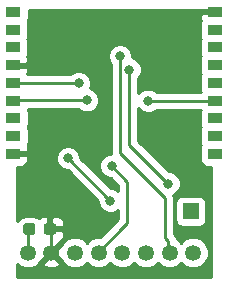
<source format=gbr>
%TF.GenerationSoftware,KiCad,Pcbnew,(5.0.0)*%
%TF.CreationDate,2019-02-01T22:06:09+01:00*%
%TF.ProjectId,HM-LC-Sw1-Pl-DN-R1_OBII,484D2D4C432D5377312D506C2D444E2D,rev?*%
%TF.SameCoordinates,Original*%
%TF.FileFunction,Copper,L2,Bot,Signal*%
%TF.FilePolarity,Positive*%
%FSLAX46Y46*%
G04 Gerber Fmt 4.6, Leading zero omitted, Abs format (unit mm)*
G04 Created by KiCad (PCBNEW (5.0.0)) date 02/01/19 22:06:09*
%MOMM*%
%LPD*%
G01*
G04 APERTURE LIST*
%ADD10R,1.350000X1.350000*%
%ADD11C,1.350000*%
%ADD12C,0.150000*%
%ADD13C,0.950000*%
%ADD14R,1.300000X0.900000*%
%ADD15C,0.800000*%
%ADD16C,0.250000*%
%ADD17C,0.254000*%
G04 APERTURE END LIST*
D10*
X155500000Y-97750000D03*
D11*
X155700000Y-101250000D03*
X141700000Y-101250000D03*
X143700000Y-101250000D03*
X145700000Y-101250000D03*
X147700000Y-101250000D03*
X149700000Y-101250000D03*
X151700000Y-101250000D03*
X153700000Y-101250000D03*
D12*
G36*
X142135779Y-98776144D02*
X142158834Y-98779563D01*
X142181443Y-98785227D01*
X142203387Y-98793079D01*
X142224457Y-98803044D01*
X142244448Y-98815026D01*
X142263168Y-98828910D01*
X142280438Y-98844562D01*
X142296090Y-98861832D01*
X142309974Y-98880552D01*
X142321956Y-98900543D01*
X142331921Y-98921613D01*
X142339773Y-98943557D01*
X142345437Y-98966166D01*
X142348856Y-98989221D01*
X142350000Y-99012500D01*
X142350000Y-99487500D01*
X142348856Y-99510779D01*
X142345437Y-99533834D01*
X142339773Y-99556443D01*
X142331921Y-99578387D01*
X142321956Y-99599457D01*
X142309974Y-99619448D01*
X142296090Y-99638168D01*
X142280438Y-99655438D01*
X142263168Y-99671090D01*
X142244448Y-99684974D01*
X142224457Y-99696956D01*
X142203387Y-99706921D01*
X142181443Y-99714773D01*
X142158834Y-99720437D01*
X142135779Y-99723856D01*
X142112500Y-99725000D01*
X141537500Y-99725000D01*
X141514221Y-99723856D01*
X141491166Y-99720437D01*
X141468557Y-99714773D01*
X141446613Y-99706921D01*
X141425543Y-99696956D01*
X141405552Y-99684974D01*
X141386832Y-99671090D01*
X141369562Y-99655438D01*
X141353910Y-99638168D01*
X141340026Y-99619448D01*
X141328044Y-99599457D01*
X141318079Y-99578387D01*
X141310227Y-99556443D01*
X141304563Y-99533834D01*
X141301144Y-99510779D01*
X141300000Y-99487500D01*
X141300000Y-99012500D01*
X141301144Y-98989221D01*
X141304563Y-98966166D01*
X141310227Y-98943557D01*
X141318079Y-98921613D01*
X141328044Y-98900543D01*
X141340026Y-98880552D01*
X141353910Y-98861832D01*
X141369562Y-98844562D01*
X141386832Y-98828910D01*
X141405552Y-98815026D01*
X141425543Y-98803044D01*
X141446613Y-98793079D01*
X141468557Y-98785227D01*
X141491166Y-98779563D01*
X141514221Y-98776144D01*
X141537500Y-98775000D01*
X142112500Y-98775000D01*
X142135779Y-98776144D01*
X142135779Y-98776144D01*
G37*
D13*
X141825000Y-99250000D03*
D12*
G36*
X143885779Y-98776144D02*
X143908834Y-98779563D01*
X143931443Y-98785227D01*
X143953387Y-98793079D01*
X143974457Y-98803044D01*
X143994448Y-98815026D01*
X144013168Y-98828910D01*
X144030438Y-98844562D01*
X144046090Y-98861832D01*
X144059974Y-98880552D01*
X144071956Y-98900543D01*
X144081921Y-98921613D01*
X144089773Y-98943557D01*
X144095437Y-98966166D01*
X144098856Y-98989221D01*
X144100000Y-99012500D01*
X144100000Y-99487500D01*
X144098856Y-99510779D01*
X144095437Y-99533834D01*
X144089773Y-99556443D01*
X144081921Y-99578387D01*
X144071956Y-99599457D01*
X144059974Y-99619448D01*
X144046090Y-99638168D01*
X144030438Y-99655438D01*
X144013168Y-99671090D01*
X143994448Y-99684974D01*
X143974457Y-99696956D01*
X143953387Y-99706921D01*
X143931443Y-99714773D01*
X143908834Y-99720437D01*
X143885779Y-99723856D01*
X143862500Y-99725000D01*
X143287500Y-99725000D01*
X143264221Y-99723856D01*
X143241166Y-99720437D01*
X143218557Y-99714773D01*
X143196613Y-99706921D01*
X143175543Y-99696956D01*
X143155552Y-99684974D01*
X143136832Y-99671090D01*
X143119562Y-99655438D01*
X143103910Y-99638168D01*
X143090026Y-99619448D01*
X143078044Y-99599457D01*
X143068079Y-99578387D01*
X143060227Y-99556443D01*
X143054563Y-99533834D01*
X143051144Y-99510779D01*
X143050000Y-99487500D01*
X143050000Y-99012500D01*
X143051144Y-98989221D01*
X143054563Y-98966166D01*
X143060227Y-98943557D01*
X143068079Y-98921613D01*
X143078044Y-98900543D01*
X143090026Y-98880552D01*
X143103910Y-98861832D01*
X143119562Y-98844562D01*
X143136832Y-98828910D01*
X143155552Y-98815026D01*
X143175543Y-98803044D01*
X143196613Y-98793079D01*
X143218557Y-98785227D01*
X143241166Y-98779563D01*
X143264221Y-98776144D01*
X143287500Y-98775000D01*
X143862500Y-98775000D01*
X143885779Y-98776144D01*
X143885779Y-98776144D01*
G37*
D13*
X143575000Y-99250000D03*
D14*
X157545000Y-92875000D03*
X157545000Y-91375000D03*
X157545000Y-89875000D03*
X157545000Y-88375000D03*
X157545000Y-86875000D03*
X157545000Y-85375000D03*
X157545000Y-83875000D03*
X157545000Y-82375000D03*
X157545000Y-80875000D03*
X140465000Y-92875000D03*
X140465000Y-91375000D03*
X140465000Y-89875000D03*
X140465000Y-88375000D03*
X140455000Y-86875000D03*
X140455000Y-85375000D03*
X140455000Y-83875000D03*
X140455000Y-82375000D03*
X140465000Y-80875000D03*
D15*
X148700000Y-96850000D03*
X145100000Y-93250000D03*
X148800000Y-93900000D03*
X149500000Y-84600000D03*
X143425000Y-81850000D03*
X154650000Y-90700000D03*
X153600000Y-95400000D03*
X150300000Y-85750000D03*
X146700000Y-88350000D03*
X151900000Y-88400000D03*
X146000000Y-86900000D03*
D16*
X148700000Y-96850000D02*
X145100000Y-93250000D01*
X145100000Y-93250000D02*
X145100000Y-93250000D01*
X150100000Y-95300000D02*
X148800000Y-93900000D01*
X149750000Y-99100000D02*
X147600000Y-101250000D01*
X149750000Y-99100000D02*
X150100000Y-98750000D01*
X150100000Y-98750000D02*
X150100000Y-95300000D01*
X149500000Y-84600000D02*
X149500000Y-84600000D01*
X149500000Y-92850000D02*
X149500000Y-84600000D01*
X153300001Y-96650001D02*
X149500000Y-92850000D01*
X153300001Y-99995407D02*
X153300001Y-99750000D01*
X153600000Y-100295406D02*
X153300001Y-99995407D01*
X153600000Y-101250000D02*
X153600000Y-100295406D01*
X153300001Y-99750000D02*
X153300001Y-96650001D01*
X143700000Y-99375000D02*
X143575000Y-99250000D01*
X143700000Y-101250000D02*
X143700000Y-99375000D01*
X141700000Y-99375000D02*
X141825000Y-99250000D01*
X141700000Y-101250000D02*
X141700000Y-99375000D01*
X150300000Y-85750000D02*
X150300000Y-85750000D01*
X150300000Y-89300000D02*
X150300000Y-85750000D01*
X153600000Y-95400000D02*
X150300000Y-92100000D01*
X150300000Y-92100000D02*
X150300000Y-89300000D01*
X140090000Y-88350000D02*
X140065000Y-88375000D01*
X146700000Y-88350000D02*
X140090000Y-88350000D01*
X152490685Y-88375000D02*
X157945000Y-88375000D01*
X152465685Y-88400000D02*
X152490685Y-88375000D01*
X151900000Y-88400000D02*
X152465685Y-88400000D01*
X146050000Y-86900000D02*
X140055000Y-86875000D01*
X146000000Y-86900000D02*
X146050000Y-86850000D01*
X146050000Y-86850000D02*
X146050000Y-86900000D01*
D17*
G36*
X156418750Y-80748000D02*
X157190001Y-80748000D01*
X157190001Y-81002000D01*
X156418750Y-81002000D01*
X156260000Y-81160750D01*
X156260000Y-81451310D01*
X156331869Y-81624816D01*
X156296843Y-81677235D01*
X156247560Y-81925000D01*
X156247560Y-82825000D01*
X156296843Y-83072765D01*
X156331746Y-83125000D01*
X156296843Y-83177235D01*
X156247560Y-83425000D01*
X156247560Y-84325000D01*
X156296843Y-84572765D01*
X156331746Y-84625000D01*
X156296843Y-84677235D01*
X156247560Y-84925000D01*
X156247560Y-85825000D01*
X156296843Y-86072765D01*
X156331746Y-86125000D01*
X156296843Y-86177235D01*
X156247560Y-86425000D01*
X156247560Y-87325000D01*
X156296843Y-87572765D01*
X156325064Y-87615000D01*
X152578711Y-87615000D01*
X152486280Y-87522569D01*
X152105874Y-87365000D01*
X151694126Y-87365000D01*
X151313720Y-87522569D01*
X151060000Y-87776289D01*
X151060000Y-86453711D01*
X151177431Y-86336280D01*
X151335000Y-85955874D01*
X151335000Y-85544126D01*
X151177431Y-85163720D01*
X150886280Y-84872569D01*
X150535000Y-84727064D01*
X150535000Y-84394126D01*
X150377431Y-84013720D01*
X150086280Y-83722569D01*
X149705874Y-83565000D01*
X149294126Y-83565000D01*
X148913720Y-83722569D01*
X148622569Y-84013720D01*
X148465000Y-84394126D01*
X148465000Y-84805874D01*
X148622569Y-85186280D01*
X148740001Y-85303712D01*
X148740000Y-92775153D01*
X148725112Y-92850000D01*
X148728096Y-92865000D01*
X148594126Y-92865000D01*
X148213720Y-93022569D01*
X147922569Y-93313720D01*
X147765000Y-93694126D01*
X147765000Y-94105874D01*
X147922569Y-94486280D01*
X148213720Y-94777431D01*
X148594126Y-94935000D01*
X148723945Y-94935000D01*
X149340001Y-95598446D01*
X149340001Y-96026290D01*
X149286280Y-95972569D01*
X148905874Y-95815000D01*
X148739802Y-95815000D01*
X146135000Y-93210199D01*
X146135000Y-93044126D01*
X145977431Y-92663720D01*
X145686280Y-92372569D01*
X145305874Y-92215000D01*
X144894126Y-92215000D01*
X144513720Y-92372569D01*
X144222569Y-92663720D01*
X144065000Y-93044126D01*
X144065000Y-93455874D01*
X144222569Y-93836280D01*
X144513720Y-94127431D01*
X144894126Y-94285000D01*
X145060199Y-94285000D01*
X147665000Y-96889802D01*
X147665000Y-97055874D01*
X147822569Y-97436280D01*
X148113720Y-97727431D01*
X148494126Y-97885000D01*
X148905874Y-97885000D01*
X149286280Y-97727431D01*
X149340000Y-97673711D01*
X149340000Y-98435199D01*
X149265530Y-98509669D01*
X149265527Y-98509671D01*
X147835199Y-99940000D01*
X147439425Y-99940000D01*
X146957945Y-100139436D01*
X146700000Y-100397381D01*
X146442055Y-100139436D01*
X145960575Y-99940000D01*
X145439425Y-99940000D01*
X144957945Y-100139436D01*
X144589436Y-100507945D01*
X144566650Y-100562955D01*
X143879605Y-101250000D01*
X144566650Y-101937045D01*
X144589436Y-101992055D01*
X144957945Y-102360564D01*
X145439425Y-102560000D01*
X145960575Y-102560000D01*
X146442055Y-102360564D01*
X146700000Y-102102619D01*
X146957945Y-102360564D01*
X147439425Y-102560000D01*
X147960575Y-102560000D01*
X148442055Y-102360564D01*
X148700000Y-102102619D01*
X148957945Y-102360564D01*
X149439425Y-102560000D01*
X149960575Y-102560000D01*
X150442055Y-102360564D01*
X150700000Y-102102619D01*
X150957945Y-102360564D01*
X151439425Y-102560000D01*
X151960575Y-102560000D01*
X152442055Y-102360564D01*
X152700000Y-102102619D01*
X152957945Y-102360564D01*
X153439425Y-102560000D01*
X153960575Y-102560000D01*
X154442055Y-102360564D01*
X154700000Y-102102619D01*
X154957945Y-102360564D01*
X155439425Y-102560000D01*
X155960575Y-102560000D01*
X156442055Y-102360564D01*
X156810564Y-101992055D01*
X157010000Y-101510575D01*
X157010000Y-100989425D01*
X156810564Y-100507945D01*
X156442055Y-100139436D01*
X155960575Y-99940000D01*
X155439425Y-99940000D01*
X154957945Y-100139436D01*
X154700000Y-100397381D01*
X154442055Y-100139436D01*
X154335048Y-100095112D01*
X154315904Y-99998869D01*
X154315904Y-99998868D01*
X154233062Y-99874888D01*
X154147929Y-99747477D01*
X154084470Y-99705075D01*
X154060001Y-99680606D01*
X154060001Y-97075000D01*
X154177560Y-97075000D01*
X154177560Y-98425000D01*
X154226843Y-98672765D01*
X154367191Y-98882809D01*
X154577235Y-99023157D01*
X154825000Y-99072440D01*
X156175000Y-99072440D01*
X156422765Y-99023157D01*
X156632809Y-98882809D01*
X156773157Y-98672765D01*
X156822440Y-98425000D01*
X156822440Y-97075000D01*
X156773157Y-96827235D01*
X156632809Y-96617191D01*
X156422765Y-96476843D01*
X156175000Y-96427560D01*
X154825000Y-96427560D01*
X154577235Y-96476843D01*
X154367191Y-96617191D01*
X154226843Y-96827235D01*
X154177560Y-97075000D01*
X154060001Y-97075000D01*
X154060001Y-96724848D01*
X154074889Y-96650001D01*
X154060001Y-96575154D01*
X154060001Y-96575149D01*
X154015905Y-96353464D01*
X154013047Y-96349186D01*
X154186280Y-96277431D01*
X154477431Y-95986280D01*
X154635000Y-95605874D01*
X154635000Y-95194126D01*
X154477431Y-94813720D01*
X154186280Y-94522569D01*
X153805874Y-94365000D01*
X153639802Y-94365000D01*
X151060000Y-91785199D01*
X151060000Y-89023711D01*
X151313720Y-89277431D01*
X151694126Y-89435000D01*
X152105874Y-89435000D01*
X152486280Y-89277431D01*
X152619397Y-89144314D01*
X152666220Y-89135000D01*
X156325064Y-89135000D01*
X156296843Y-89177235D01*
X156247560Y-89425000D01*
X156247560Y-90325000D01*
X156296843Y-90572765D01*
X156331746Y-90625000D01*
X156296843Y-90677235D01*
X156247560Y-90925000D01*
X156247560Y-91825000D01*
X156296843Y-92072765D01*
X156331746Y-92125000D01*
X156296843Y-92177235D01*
X156247560Y-92425000D01*
X156247560Y-93325000D01*
X156296843Y-93572765D01*
X156437191Y-93782809D01*
X156647235Y-93923157D01*
X156895000Y-93972440D01*
X157190000Y-93972440D01*
X157190000Y-103290000D01*
X140810000Y-103290000D01*
X140810000Y-102212619D01*
X140957945Y-102360564D01*
X141439425Y-102560000D01*
X141960575Y-102560000D01*
X142442055Y-102360564D01*
X142635472Y-102167147D01*
X142962458Y-102167147D01*
X143021219Y-102400328D01*
X143513100Y-102572522D01*
X144033434Y-102543375D01*
X144378781Y-102400328D01*
X144437542Y-102167147D01*
X143700000Y-101429605D01*
X142962458Y-102167147D01*
X142635472Y-102167147D01*
X142810564Y-101992055D01*
X142833350Y-101937045D01*
X143520395Y-101250000D01*
X143506253Y-101235858D01*
X143685858Y-101056253D01*
X143700000Y-101070395D01*
X144437542Y-100332853D01*
X144423772Y-100278208D01*
X144459698Y-100263327D01*
X144638327Y-100084699D01*
X144735000Y-99851310D01*
X144735000Y-99535750D01*
X144576250Y-99377000D01*
X143702000Y-99377000D01*
X143702000Y-99397000D01*
X143448000Y-99397000D01*
X143448000Y-99377000D01*
X143428000Y-99377000D01*
X143428000Y-99123000D01*
X143448000Y-99123000D01*
X143448000Y-98298750D01*
X143702000Y-98298750D01*
X143702000Y-99123000D01*
X144576250Y-99123000D01*
X144735000Y-98964250D01*
X144735000Y-98648690D01*
X144638327Y-98415301D01*
X144459698Y-98236673D01*
X144226309Y-98140000D01*
X143860750Y-98140000D01*
X143702000Y-98298750D01*
X143448000Y-98298750D01*
X143289250Y-98140000D01*
X142923691Y-98140000D01*
X142690302Y-98236673D01*
X142619540Y-98307435D01*
X142451152Y-98194922D01*
X142112500Y-98127560D01*
X141537500Y-98127560D01*
X141198848Y-98194922D01*
X140911753Y-98386753D01*
X140810000Y-98539037D01*
X140810000Y-93960000D01*
X141241309Y-93960000D01*
X141474698Y-93863327D01*
X141653327Y-93684699D01*
X141750000Y-93451310D01*
X141750000Y-93160750D01*
X141591250Y-93002000D01*
X140810000Y-93002000D01*
X140810000Y-92748000D01*
X141591250Y-92748000D01*
X141750000Y-92589250D01*
X141750000Y-92298690D01*
X141678131Y-92125184D01*
X141713157Y-92072765D01*
X141762440Y-91825000D01*
X141762440Y-90925000D01*
X141713157Y-90677235D01*
X141678254Y-90625000D01*
X141713157Y-90572765D01*
X141762440Y-90325000D01*
X141762440Y-89425000D01*
X141713157Y-89177235D01*
X141678254Y-89125000D01*
X141688277Y-89110000D01*
X145996289Y-89110000D01*
X146113720Y-89227431D01*
X146494126Y-89385000D01*
X146905874Y-89385000D01*
X147286280Y-89227431D01*
X147577431Y-88936280D01*
X147735000Y-88555874D01*
X147735000Y-88144126D01*
X147577431Y-87763720D01*
X147286280Y-87472569D01*
X146942153Y-87330027D01*
X147035000Y-87105874D01*
X147035000Y-86694126D01*
X146877431Y-86313720D01*
X146586280Y-86022569D01*
X146205874Y-85865000D01*
X145794126Y-85865000D01*
X145413720Y-86022569D01*
X145299425Y-86136864D01*
X141669411Y-86121726D01*
X141740000Y-85951310D01*
X141740000Y-85660750D01*
X141581250Y-85502000D01*
X140810000Y-85502000D01*
X140810000Y-85248000D01*
X141581250Y-85248000D01*
X141740000Y-85089250D01*
X141740000Y-84798690D01*
X141668131Y-84625184D01*
X141703157Y-84572765D01*
X141752440Y-84325000D01*
X141752440Y-83425000D01*
X141703157Y-83177235D01*
X141668254Y-83125000D01*
X141703157Y-83072765D01*
X141752440Y-82825000D01*
X141752440Y-81925000D01*
X141703157Y-81677235D01*
X141673254Y-81632483D01*
X141713157Y-81572765D01*
X141762440Y-81325000D01*
X141762440Y-80710000D01*
X156380750Y-80710000D01*
X156418750Y-80748000D01*
X156418750Y-80748000D01*
G37*
X156418750Y-80748000D02*
X157190001Y-80748000D01*
X157190001Y-81002000D01*
X156418750Y-81002000D01*
X156260000Y-81160750D01*
X156260000Y-81451310D01*
X156331869Y-81624816D01*
X156296843Y-81677235D01*
X156247560Y-81925000D01*
X156247560Y-82825000D01*
X156296843Y-83072765D01*
X156331746Y-83125000D01*
X156296843Y-83177235D01*
X156247560Y-83425000D01*
X156247560Y-84325000D01*
X156296843Y-84572765D01*
X156331746Y-84625000D01*
X156296843Y-84677235D01*
X156247560Y-84925000D01*
X156247560Y-85825000D01*
X156296843Y-86072765D01*
X156331746Y-86125000D01*
X156296843Y-86177235D01*
X156247560Y-86425000D01*
X156247560Y-87325000D01*
X156296843Y-87572765D01*
X156325064Y-87615000D01*
X152578711Y-87615000D01*
X152486280Y-87522569D01*
X152105874Y-87365000D01*
X151694126Y-87365000D01*
X151313720Y-87522569D01*
X151060000Y-87776289D01*
X151060000Y-86453711D01*
X151177431Y-86336280D01*
X151335000Y-85955874D01*
X151335000Y-85544126D01*
X151177431Y-85163720D01*
X150886280Y-84872569D01*
X150535000Y-84727064D01*
X150535000Y-84394126D01*
X150377431Y-84013720D01*
X150086280Y-83722569D01*
X149705874Y-83565000D01*
X149294126Y-83565000D01*
X148913720Y-83722569D01*
X148622569Y-84013720D01*
X148465000Y-84394126D01*
X148465000Y-84805874D01*
X148622569Y-85186280D01*
X148740001Y-85303712D01*
X148740000Y-92775153D01*
X148725112Y-92850000D01*
X148728096Y-92865000D01*
X148594126Y-92865000D01*
X148213720Y-93022569D01*
X147922569Y-93313720D01*
X147765000Y-93694126D01*
X147765000Y-94105874D01*
X147922569Y-94486280D01*
X148213720Y-94777431D01*
X148594126Y-94935000D01*
X148723945Y-94935000D01*
X149340001Y-95598446D01*
X149340001Y-96026290D01*
X149286280Y-95972569D01*
X148905874Y-95815000D01*
X148739802Y-95815000D01*
X146135000Y-93210199D01*
X146135000Y-93044126D01*
X145977431Y-92663720D01*
X145686280Y-92372569D01*
X145305874Y-92215000D01*
X144894126Y-92215000D01*
X144513720Y-92372569D01*
X144222569Y-92663720D01*
X144065000Y-93044126D01*
X144065000Y-93455874D01*
X144222569Y-93836280D01*
X144513720Y-94127431D01*
X144894126Y-94285000D01*
X145060199Y-94285000D01*
X147665000Y-96889802D01*
X147665000Y-97055874D01*
X147822569Y-97436280D01*
X148113720Y-97727431D01*
X148494126Y-97885000D01*
X148905874Y-97885000D01*
X149286280Y-97727431D01*
X149340000Y-97673711D01*
X149340000Y-98435199D01*
X149265530Y-98509669D01*
X149265527Y-98509671D01*
X147835199Y-99940000D01*
X147439425Y-99940000D01*
X146957945Y-100139436D01*
X146700000Y-100397381D01*
X146442055Y-100139436D01*
X145960575Y-99940000D01*
X145439425Y-99940000D01*
X144957945Y-100139436D01*
X144589436Y-100507945D01*
X144566650Y-100562955D01*
X143879605Y-101250000D01*
X144566650Y-101937045D01*
X144589436Y-101992055D01*
X144957945Y-102360564D01*
X145439425Y-102560000D01*
X145960575Y-102560000D01*
X146442055Y-102360564D01*
X146700000Y-102102619D01*
X146957945Y-102360564D01*
X147439425Y-102560000D01*
X147960575Y-102560000D01*
X148442055Y-102360564D01*
X148700000Y-102102619D01*
X148957945Y-102360564D01*
X149439425Y-102560000D01*
X149960575Y-102560000D01*
X150442055Y-102360564D01*
X150700000Y-102102619D01*
X150957945Y-102360564D01*
X151439425Y-102560000D01*
X151960575Y-102560000D01*
X152442055Y-102360564D01*
X152700000Y-102102619D01*
X152957945Y-102360564D01*
X153439425Y-102560000D01*
X153960575Y-102560000D01*
X154442055Y-102360564D01*
X154700000Y-102102619D01*
X154957945Y-102360564D01*
X155439425Y-102560000D01*
X155960575Y-102560000D01*
X156442055Y-102360564D01*
X156810564Y-101992055D01*
X157010000Y-101510575D01*
X157010000Y-100989425D01*
X156810564Y-100507945D01*
X156442055Y-100139436D01*
X155960575Y-99940000D01*
X155439425Y-99940000D01*
X154957945Y-100139436D01*
X154700000Y-100397381D01*
X154442055Y-100139436D01*
X154335048Y-100095112D01*
X154315904Y-99998869D01*
X154315904Y-99998868D01*
X154233062Y-99874888D01*
X154147929Y-99747477D01*
X154084470Y-99705075D01*
X154060001Y-99680606D01*
X154060001Y-97075000D01*
X154177560Y-97075000D01*
X154177560Y-98425000D01*
X154226843Y-98672765D01*
X154367191Y-98882809D01*
X154577235Y-99023157D01*
X154825000Y-99072440D01*
X156175000Y-99072440D01*
X156422765Y-99023157D01*
X156632809Y-98882809D01*
X156773157Y-98672765D01*
X156822440Y-98425000D01*
X156822440Y-97075000D01*
X156773157Y-96827235D01*
X156632809Y-96617191D01*
X156422765Y-96476843D01*
X156175000Y-96427560D01*
X154825000Y-96427560D01*
X154577235Y-96476843D01*
X154367191Y-96617191D01*
X154226843Y-96827235D01*
X154177560Y-97075000D01*
X154060001Y-97075000D01*
X154060001Y-96724848D01*
X154074889Y-96650001D01*
X154060001Y-96575154D01*
X154060001Y-96575149D01*
X154015905Y-96353464D01*
X154013047Y-96349186D01*
X154186280Y-96277431D01*
X154477431Y-95986280D01*
X154635000Y-95605874D01*
X154635000Y-95194126D01*
X154477431Y-94813720D01*
X154186280Y-94522569D01*
X153805874Y-94365000D01*
X153639802Y-94365000D01*
X151060000Y-91785199D01*
X151060000Y-89023711D01*
X151313720Y-89277431D01*
X151694126Y-89435000D01*
X152105874Y-89435000D01*
X152486280Y-89277431D01*
X152619397Y-89144314D01*
X152666220Y-89135000D01*
X156325064Y-89135000D01*
X156296843Y-89177235D01*
X156247560Y-89425000D01*
X156247560Y-90325000D01*
X156296843Y-90572765D01*
X156331746Y-90625000D01*
X156296843Y-90677235D01*
X156247560Y-90925000D01*
X156247560Y-91825000D01*
X156296843Y-92072765D01*
X156331746Y-92125000D01*
X156296843Y-92177235D01*
X156247560Y-92425000D01*
X156247560Y-93325000D01*
X156296843Y-93572765D01*
X156437191Y-93782809D01*
X156647235Y-93923157D01*
X156895000Y-93972440D01*
X157190000Y-93972440D01*
X157190000Y-103290000D01*
X140810000Y-103290000D01*
X140810000Y-102212619D01*
X140957945Y-102360564D01*
X141439425Y-102560000D01*
X141960575Y-102560000D01*
X142442055Y-102360564D01*
X142635472Y-102167147D01*
X142962458Y-102167147D01*
X143021219Y-102400328D01*
X143513100Y-102572522D01*
X144033434Y-102543375D01*
X144378781Y-102400328D01*
X144437542Y-102167147D01*
X143700000Y-101429605D01*
X142962458Y-102167147D01*
X142635472Y-102167147D01*
X142810564Y-101992055D01*
X142833350Y-101937045D01*
X143520395Y-101250000D01*
X143506253Y-101235858D01*
X143685858Y-101056253D01*
X143700000Y-101070395D01*
X144437542Y-100332853D01*
X144423772Y-100278208D01*
X144459698Y-100263327D01*
X144638327Y-100084699D01*
X144735000Y-99851310D01*
X144735000Y-99535750D01*
X144576250Y-99377000D01*
X143702000Y-99377000D01*
X143702000Y-99397000D01*
X143448000Y-99397000D01*
X143448000Y-99377000D01*
X143428000Y-99377000D01*
X143428000Y-99123000D01*
X143448000Y-99123000D01*
X143448000Y-98298750D01*
X143702000Y-98298750D01*
X143702000Y-99123000D01*
X144576250Y-99123000D01*
X144735000Y-98964250D01*
X144735000Y-98648690D01*
X144638327Y-98415301D01*
X144459698Y-98236673D01*
X144226309Y-98140000D01*
X143860750Y-98140000D01*
X143702000Y-98298750D01*
X143448000Y-98298750D01*
X143289250Y-98140000D01*
X142923691Y-98140000D01*
X142690302Y-98236673D01*
X142619540Y-98307435D01*
X142451152Y-98194922D01*
X142112500Y-98127560D01*
X141537500Y-98127560D01*
X141198848Y-98194922D01*
X140911753Y-98386753D01*
X140810000Y-98539037D01*
X140810000Y-93960000D01*
X141241309Y-93960000D01*
X141474698Y-93863327D01*
X141653327Y-93684699D01*
X141750000Y-93451310D01*
X141750000Y-93160750D01*
X141591250Y-93002000D01*
X140810000Y-93002000D01*
X140810000Y-92748000D01*
X141591250Y-92748000D01*
X141750000Y-92589250D01*
X141750000Y-92298690D01*
X141678131Y-92125184D01*
X141713157Y-92072765D01*
X141762440Y-91825000D01*
X141762440Y-90925000D01*
X141713157Y-90677235D01*
X141678254Y-90625000D01*
X141713157Y-90572765D01*
X141762440Y-90325000D01*
X141762440Y-89425000D01*
X141713157Y-89177235D01*
X141678254Y-89125000D01*
X141688277Y-89110000D01*
X145996289Y-89110000D01*
X146113720Y-89227431D01*
X146494126Y-89385000D01*
X146905874Y-89385000D01*
X147286280Y-89227431D01*
X147577431Y-88936280D01*
X147735000Y-88555874D01*
X147735000Y-88144126D01*
X147577431Y-87763720D01*
X147286280Y-87472569D01*
X146942153Y-87330027D01*
X147035000Y-87105874D01*
X147035000Y-86694126D01*
X146877431Y-86313720D01*
X146586280Y-86022569D01*
X146205874Y-85865000D01*
X145794126Y-85865000D01*
X145413720Y-86022569D01*
X145299425Y-86136864D01*
X141669411Y-86121726D01*
X141740000Y-85951310D01*
X141740000Y-85660750D01*
X141581250Y-85502000D01*
X140810000Y-85502000D01*
X140810000Y-85248000D01*
X141581250Y-85248000D01*
X141740000Y-85089250D01*
X141740000Y-84798690D01*
X141668131Y-84625184D01*
X141703157Y-84572765D01*
X141752440Y-84325000D01*
X141752440Y-83425000D01*
X141703157Y-83177235D01*
X141668254Y-83125000D01*
X141703157Y-83072765D01*
X141752440Y-82825000D01*
X141752440Y-81925000D01*
X141703157Y-81677235D01*
X141673254Y-81632483D01*
X141713157Y-81572765D01*
X141762440Y-81325000D01*
X141762440Y-80710000D01*
X156380750Y-80710000D01*
X156418750Y-80748000D01*
M02*

</source>
